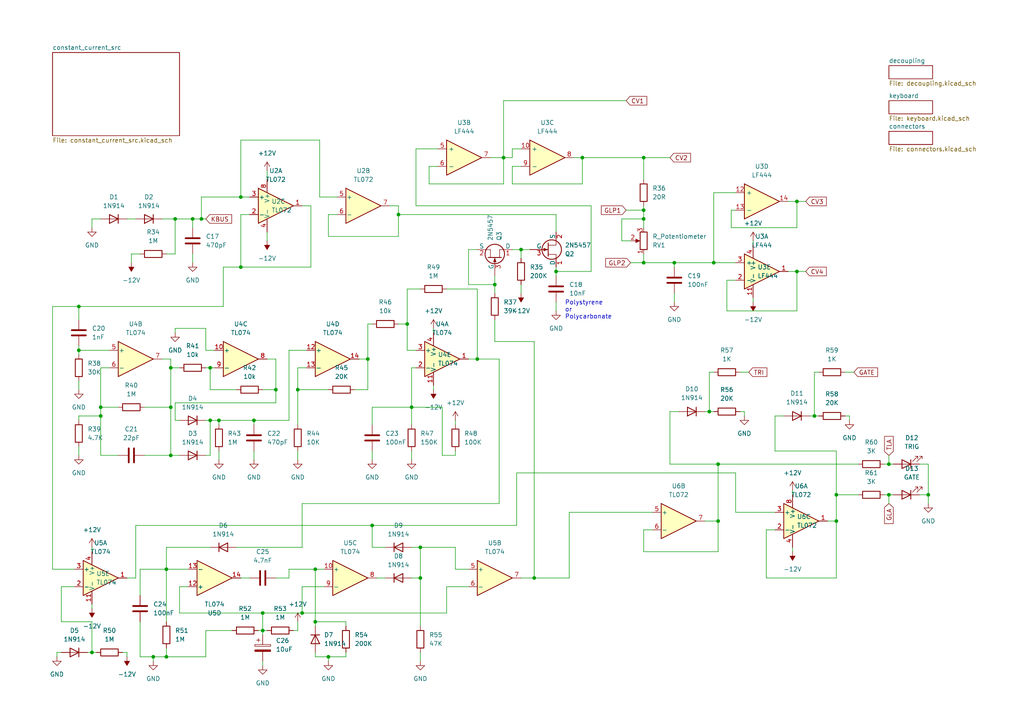
<source format=kicad_sch>
(kicad_sch (version 20230121) (generator eeschema)
  (paper "A4")
  (junction (at 60.96 121.92))
  (junction (at 49.53 106.68))
  (junction (at 161.29 78.74))
  (junction (at 186.69 63.5))
  (junction (at 48.26 190.5))
  (junction (at 186.69 45.72))
  (junction (at 76.2 177.8))
  (junction (at 208.28 134.62))
  (junction (at 106.68 104.14))
  (junction (at 73.66 121.92))
  (junction (at 48.26 165.1))
  (junction (at 22.86 88.9))
  (junction (at 138.43 104.14))
  (junction (at 118.11 93.98))
  (junction (at 50.8 63.5))
  (junction (at 22.86 101.6))
  (junction (at 63.5 121.92))
  (junction (at 69.85 57.15))
  (junction (at 205.74 119.38))
  (junction (at 80.01 113.03))
  (junction (at 186.69 60.96))
  (junction (at 207.01 76.2))
  (junction (at 121.92 167.64))
  (junction (at 87.63 177.8))
  (junction (at 168.91 45.72))
  (junction (at 236.22 120.65))
  (junction (at 231.14 58.42))
  (junction (at 29.21 120.65))
  (junction (at 257.81 143.51))
  (junction (at 143.51 82.55))
  (junction (at 257.81 134.62))
  (junction (at 242.57 143.51))
  (junction (at 115.57 62.23))
  (junction (at 49.53 118.11))
  (junction (at 58.42 63.5))
  (junction (at 91.44 165.1))
  (junction (at 269.24 143.51))
  (junction (at 44.45 190.5))
  (junction (at 69.85 77.47))
  (junction (at 151.13 72.39))
  (junction (at 76.2 182.88))
  (junction (at 242.57 151.13))
  (junction (at 119.38 118.11))
  (junction (at 195.58 76.2))
  (junction (at 91.44 180.34))
  (junction (at 107.95 152.4))
  (junction (at 154.94 167.64))
  (junction (at 26.67 189.23))
  (junction (at 86.36 113.03))
  (junction (at 49.53 132.08))
  (junction (at 60.96 106.68))
  (junction (at 231.14 78.74))
  (junction (at 146.05 45.72))
  (junction (at 29.21 118.11))
  (junction (at 55.88 63.5))
  (junction (at 208.28 151.13))
  (junction (at 186.69 76.2))
  (junction (at 95.25 190.5))
  (junction (at 121.92 158.75))
  (wire (pts (xy 76.2 191.77) (xy 76.2 193.04)))
  (wire (pts (xy 151.13 48.26) (xy 148.59 48.26)))
  (wire (pts (xy 17.78 189.23) (xy 16.51 189.23)))
  (wire (pts (xy 26.67 189.23) (xy 27.94 189.23)))
  (wire (pts (xy 41.91 132.08) (xy 49.53 132.08)))
  (wire (pts (xy 107.95 123.19) (xy 107.95 118.11)))
  (wire (pts (xy 91.44 165.1) (xy 83.82 165.1)))
  (wire (pts (xy 31.75 106.68) (xy 29.21 106.68)))
  (wire (pts (xy 124.46 53.34) (xy 146.05 53.34)))
  (wire (pts (xy 149.86 137.16) (xy 149.86 152.4)))
  (wire (pts (xy 22.86 101.6) (xy 22.86 102.87)))
  (wire (pts (xy 48.26 187.96) (xy 48.26 190.5)))
  (wire (pts (xy 83.82 167.64) (xy 80.01 167.64)))
  (wire (pts (xy 146.05 45.72) (xy 142.24 45.72)))
  (wire (pts (xy 87.63 59.69) (xy 90.17 59.69)))
  (wire (pts (xy 214.63 119.38) (xy 215.9 119.38)))
  (wire (pts (xy 229.87 158.75) (xy 229.87 160.02)))
  (wire (pts (xy 73.66 121.92) (xy 73.66 123.19)))
  (wire (pts (xy 60.96 121.92) (xy 63.5 121.92)))
  (wire (pts (xy 93.98 170.18) (xy 87.63 170.18)))
  (wire (pts (xy 80.01 116.84) (xy 80.01 113.03)))
  (wire (pts (xy 212.09 66.04) (xy 231.14 66.04)))
  (wire (pts (xy 49.53 106.68) (xy 49.53 104.14)))
  (wire (pts (xy 151.13 72.39) (xy 153.67 72.39)))
  (wire (pts (xy 135.89 82.55) (xy 143.51 82.55)))
  (wire (pts (xy 67.31 182.88) (xy 59.69 182.88)))
  (wire (pts (xy 25.4 189.23) (xy 26.67 189.23)))
  (wire (pts (xy 55.88 63.5) (xy 55.88 66.04)))
  (wire (pts (xy 60.96 113.03) (xy 60.96 106.68)))
  (wire (pts (xy 90.17 59.69) (xy 90.17 77.47)))
  (wire (pts (xy 52.07 121.92) (xy 50.8 121.92)))
  (wire (pts (xy 168.91 53.34) (xy 168.91 45.72)))
  (wire (pts (xy 77.47 67.31) (xy 77.47 69.85)))
  (wire (pts (xy 171.45 59.69) (xy 171.45 78.74)))
  (wire (pts (xy 149.86 152.4) (xy 107.95 152.4)))
  (wire (pts (xy 55.88 73.66) (xy 55.88 76.2)))
  (wire (pts (xy 132.08 121.92) (xy 132.08 123.19)))
  (wire (pts (xy 231.14 78.74) (xy 228.6 78.74)))
  (wire (pts (xy 189.23 148.59) (xy 165.1 148.59)))
  (wire (pts (xy 102.87 113.03) (xy 106.68 113.03)))
  (wire (pts (xy 76.2 182.88) (xy 77.47 182.88)))
  (wire (pts (xy 29.21 63.5) (xy 26.67 63.5)))
  (wire (pts (xy 119.38 118.11) (xy 119.38 123.19)))
  (wire (pts (xy 242.57 167.64) (xy 242.57 151.13)))
  (wire (pts (xy 119.38 130.81) (xy 119.38 133.35)))
  (wire (pts (xy 39.37 152.4) (xy 39.37 167.64)))
  (wire (pts (xy 36.83 63.5) (xy 39.37 63.5)))
  (wire (pts (xy 22.86 101.6) (xy 31.75 101.6)))
  (wire (pts (xy 213.36 81.28) (xy 210.82 81.28)))
  (wire (pts (xy 146.05 29.21) (xy 146.05 45.72)))
  (wire (pts (xy 224.79 153.67) (xy 222.25 153.67)))
  (wire (pts (xy 60.96 106.68) (xy 62.23 106.68)))
  (wire (pts (xy 234.95 120.65) (xy 236.22 120.65)))
  (wire (pts (xy 195.58 77.47) (xy 195.58 76.2)))
  (wire (pts (xy 107.95 130.81) (xy 107.95 133.35)))
  (wire (pts (xy 148.59 45.72) (xy 146.05 45.72)))
  (wire (pts (xy 168.91 45.72) (xy 166.37 45.72)))
  (wire (pts (xy 49.53 106.68) (xy 52.07 106.68)))
  (wire (pts (xy 97.79 62.23) (xy 95.25 62.23)))
  (wire (pts (xy 48.26 190.5) (xy 44.45 190.5)))
  (wire (pts (xy 22.86 110.49) (xy 22.86 113.03)))
  (wire (pts (xy 64.77 88.9) (xy 64.77 77.47)))
  (wire (pts (xy 231.14 66.04) (xy 231.14 58.42)))
  (wire (pts (xy 49.53 132.08) (xy 49.53 118.11)))
  (wire (pts (xy 72.39 57.15) (xy 69.85 57.15)))
  (wire (pts (xy 115.57 93.98) (xy 118.11 93.98)))
  (wire (pts (xy 146.05 53.34) (xy 146.05 45.72)))
  (wire (pts (xy 204.47 119.38) (xy 205.74 119.38)))
  (wire (pts (xy 222.25 153.67) (xy 222.25 167.64)))
  (wire (pts (xy 236.22 107.95) (xy 236.22 120.65)))
  (wire (pts (xy 40.64 73.66) (xy 38.1 73.66)))
  (wire (pts (xy 69.85 77.47) (xy 69.85 62.23)))
  (wire (pts (xy 148.59 48.26) (xy 148.59 53.34)))
  (wire (pts (xy 180.34 63.5) (xy 186.69 63.5)))
  (wire (pts (xy 135.89 165.1) (xy 132.08 165.1)))
  (wire (pts (xy 248.92 134.62) (xy 208.28 134.62)))
  (wire (pts (xy 213.36 137.16) (xy 149.86 137.16)))
  (wire (pts (xy 87.63 177.8) (xy 76.2 177.8)))
  (wire (pts (xy 242.57 143.51) (xy 242.57 151.13)))
  (wire (pts (xy 125.73 95.25) (xy 125.73 96.52)))
  (wire (pts (xy 55.88 63.5) (xy 58.42 63.5)))
  (wire (pts (xy 128.27 118.11) (xy 119.38 118.11)))
  (wire (pts (xy 207.01 107.95) (xy 205.74 107.95)))
  (wire (pts (xy 107.95 93.98) (xy 106.68 93.98)))
  (wire (pts (xy 95.25 62.23) (xy 95.25 68.58)))
  (wire (pts (xy 91.44 180.34) (xy 91.44 181.61)))
  (wire (pts (xy 138.43 83.82) (xy 138.43 104.14)))
  (wire (pts (xy 59.69 121.92) (xy 60.96 121.92)))
  (wire (pts (xy 143.51 99.06) (xy 154.94 99.06)))
  (wire (pts (xy 121.92 158.75) (xy 121.92 167.64)))
  (wire (pts (xy 124.46 48.26) (xy 124.46 53.34)))
  (wire (pts (xy 69.85 57.15) (xy 58.42 57.15)))
  (wire (pts (xy 186.69 63.5) (xy 186.69 66.04)))
  (wire (pts (xy 186.69 76.2) (xy 182.88 76.2)))
  (wire (pts (xy 62.23 101.6) (xy 59.69 101.6)))
  (wire (pts (xy 181.61 60.96) (xy 186.69 60.96)))
  (wire (pts (xy 118.11 101.6) (xy 120.65 101.6)))
  (wire (pts (xy 86.36 113.03) (xy 86.36 123.19)))
  (wire (pts (xy 86.36 113.03) (xy 95.25 113.03)))
  (wire (pts (xy 269.24 146.05) (xy 269.24 143.51)))
  (wire (pts (xy 22.86 120.65) (xy 22.86 121.92)))
  (wire (pts (xy 256.54 134.62) (xy 257.81 134.62)))
  (wire (pts (xy 236.22 120.65) (xy 237.49 120.65)))
  (wire (pts (xy 161.29 77.47) (xy 161.29 78.74)))
  (wire (pts (xy 210.82 90.17) (xy 231.14 90.17)))
  (wire (pts (xy 115.57 62.23) (xy 115.57 59.69)))
  (wire (pts (xy 69.85 167.64) (xy 72.39 167.64)))
  (wire (pts (xy 207.01 55.88) (xy 207.01 76.2)))
  (wire (pts (xy 48.26 73.66) (xy 50.8 73.66)))
  (wire (pts (xy 86.36 130.81) (xy 86.36 133.35)))
  (wire (pts (xy 46.99 63.5) (xy 50.8 63.5)))
  (wire (pts (xy 135.89 72.39) (xy 135.89 82.55)))
  (wire (pts (xy 128.27 132.08) (xy 128.27 118.11)))
  (wire (pts (xy 148.59 43.18) (xy 148.59 45.72)))
  (wire (pts (xy 257.81 143.51) (xy 257.81 146.05)))
  (wire (pts (xy 231.14 90.17) (xy 231.14 78.74)))
  (wire (pts (xy 100.33 189.23) (xy 100.33 190.5)))
  (wire (pts (xy 171.45 78.74) (xy 161.29 78.74)))
  (wire (pts (xy 186.69 73.66) (xy 186.69 76.2)))
  (wire (pts (xy 21.59 170.18) (xy 17.78 170.18)))
  (wire (pts (xy 246.38 120.65) (xy 246.38 121.92)))
  (wire (pts (xy 208.28 160.02) (xy 208.28 151.13)))
  (wire (pts (xy 48.26 158.75) (xy 48.26 165.1)))
  (wire (pts (xy 91.44 189.23) (xy 91.44 190.5)))
  (wire (pts (xy 154.94 99.06) (xy 154.94 167.64)))
  (wire (pts (xy 182.88 69.85) (xy 180.34 69.85)))
  (wire (pts (xy 50.8 63.5) (xy 55.88 63.5)))
  (wire (pts (xy 49.53 104.14) (xy 46.99 104.14)))
  (wire (pts (xy 16.51 189.23) (xy 16.51 190.5)))
  (wire (pts (xy 129.54 83.82) (xy 138.43 83.82)))
  (wire (pts (xy 83.82 121.92) (xy 73.66 121.92)))
  (wire (pts (xy 119.38 167.64) (xy 121.92 167.64)))
  (wire (pts (xy 115.57 68.58) (xy 115.57 62.23)))
  (wire (pts (xy 34.29 132.08) (xy 29.21 132.08)))
  (wire (pts (xy 135.89 170.18) (xy 129.54 170.18)))
  (wire (pts (xy 132.08 132.08) (xy 128.27 132.08)))
  (wire (pts (xy 39.37 167.64) (xy 36.83 167.64)))
  (wire (pts (xy 161.29 78.74) (xy 161.29 80.01)))
  (wire (pts (xy 143.51 82.55) (xy 143.51 85.09)))
  (wire (pts (xy 231.14 78.74) (xy 233.68 78.74)))
  (wire (pts (xy 237.49 107.95) (xy 236.22 107.95)))
  (wire (pts (xy 186.69 45.72) (xy 194.31 45.72)))
  (wire (pts (xy 224.79 130.81) (xy 242.57 130.81)))
  (wire (pts (xy 180.34 69.85) (xy 180.34 63.5)))
  (wire (pts (xy 154.94 167.64) (xy 151.13 167.64)))
  (wire (pts (xy 59.69 182.88) (xy 59.69 190.5)))
  (wire (pts (xy 132.08 165.1) (xy 132.08 158.75)))
  (wire (pts (xy 125.73 111.76) (xy 125.73 113.03)))
  (wire (pts (xy 86.36 106.68) (xy 86.36 113.03)))
  (wire (pts (xy 181.61 29.21) (xy 146.05 29.21)))
  (wire (pts (xy 22.86 92.71) (xy 22.86 88.9)))
  (wire (pts (xy 36.83 189.23) (xy 36.83 190.5)))
  (wire (pts (xy 17.78 180.34) (xy 26.67 180.34)))
  (wire (pts (xy 186.69 60.96) (xy 186.69 63.5)))
  (wire (pts (xy 266.7 143.51) (xy 269.24 143.51)))
  (wire (pts (xy 245.11 107.95) (xy 247.65 107.95)))
  (wire (pts (xy 50.8 73.66) (xy 50.8 63.5)))
  (wire (pts (xy 120.65 59.69) (xy 171.45 59.69)))
  (wire (pts (xy 21.59 165.1) (xy 15.24 165.1)))
  (wire (pts (xy 87.63 177.8) (xy 129.54 177.8)))
  (wire (pts (xy 121.92 167.64) (xy 121.92 181.61)))
  (wire (pts (xy 26.67 180.34) (xy 26.67 189.23)))
  (wire (pts (xy 58.42 63.5) (xy 59.69 63.5)))
  (wire (pts (xy 214.63 107.95) (xy 217.17 107.95)))
  (wire (pts (xy 26.67 175.26) (xy 26.67 176.53)))
  (wire (pts (xy 100.33 190.5) (xy 95.25 190.5)))
  (wire (pts (xy 127 48.26) (xy 124.46 48.26)))
  (wire (pts (xy 69.85 40.64) (xy 69.85 57.15)))
  (wire (pts (xy 100.33 180.34) (xy 91.44 180.34)))
  (wire (pts (xy 40.64 165.1) (xy 48.26 165.1)))
  (wire (pts (xy 212.09 60.96) (xy 212.09 66.04)))
  (wire (pts (xy 95.25 68.58) (xy 115.57 68.58)))
  (wire (pts (xy 106.68 93.98) (xy 106.68 104.14)))
  (wire (pts (xy 22.86 129.54) (xy 22.86 132.08)))
  (wire (pts (xy 231.14 58.42) (xy 233.68 58.42)))
  (wire (pts (xy 132.08 158.75) (xy 121.92 158.75)))
  (wire (pts (xy 52.07 177.8) (xy 76.2 177.8)))
  (wire (pts (xy 242.57 130.81) (xy 242.57 143.51)))
  (wire (pts (xy 63.5 121.92) (xy 73.66 121.92)))
  (wire (pts (xy 186.69 59.69) (xy 186.69 60.96)))
  (wire (pts (xy 69.85 62.23) (xy 72.39 62.23)))
  (wire (pts (xy 107.95 152.4) (xy 39.37 152.4)))
  (wire (pts (xy 64.77 77.47) (xy 69.85 77.47)))
  (wire (pts (xy 196.85 119.38) (xy 194.31 119.38)))
  (wire (pts (xy 83.82 165.1) (xy 83.82 167.64)))
  (wire (pts (xy 97.79 57.15) (xy 92.71 57.15)))
  (wire (pts (xy 92.71 40.64) (xy 69.85 40.64)))
  (wire (pts (xy 87.63 146.05) (xy 144.78 146.05)))
  (wire (pts (xy 127 43.18) (xy 120.65 43.18)))
  (wire (pts (xy 44.45 190.5) (xy 44.45 191.77)))
  (wire (pts (xy 38.1 73.66) (xy 38.1 76.2)))
  (wire (pts (xy 229.87 142.24) (xy 229.87 143.51)))
  (wire (pts (xy 257.81 134.62) (xy 259.08 134.62)))
  (wire (pts (xy 48.26 165.1) (xy 54.61 165.1)))
  (wire (pts (xy 144.78 146.05) (xy 144.78 104.14)))
  (wire (pts (xy 60.96 121.92) (xy 60.96 132.08)))
  (wire (pts (xy 59.69 101.6) (xy 59.69 95.25)))
  (wire (pts (xy 83.82 101.6) (xy 83.82 121.92)))
  (wire (pts (xy 138.43 72.39) (xy 135.89 72.39)))
  (wire (pts (xy 35.56 189.23) (xy 36.83 189.23)))
  (wire (pts (xy 29.21 106.68) (xy 29.21 118.11)))
  (wire (pts (xy 107.95 158.75) (xy 107.95 152.4)))
  (wire (pts (xy 68.58 113.03) (xy 60.96 113.03)))
  (wire (pts (xy 88.9 106.68) (xy 86.36 106.68)))
  (wire (pts (xy 100.33 181.61) (xy 100.33 180.34)))
  (wire (pts (xy 269.24 143.51) (xy 269.24 134.62)))
  (wire (pts (xy 207.01 76.2) (xy 195.58 76.2)))
  (wire (pts (xy 194.31 134.62) (xy 208.28 134.62)))
  (wire (pts (xy 54.61 170.18) (xy 52.07 170.18)))
  (wire (pts (xy 86.36 182.88) (xy 86.36 180.34)))
  (wire (pts (xy 50.8 116.84) (xy 80.01 116.84)))
  (wire (pts (xy 186.69 45.72) (xy 168.91 45.72)))
  (wire (pts (xy 148.59 72.39) (xy 151.13 72.39)))
  (wire (pts (xy 63.5 130.81) (xy 63.5 133.35)))
  (wire (pts (xy 242.57 151.13) (xy 240.03 151.13)))
  (wire (pts (xy 90.17 77.47) (xy 69.85 77.47)))
  (wire (pts (xy 22.86 100.33) (xy 22.86 101.6)))
  (wire (pts (xy 186.69 160.02) (xy 208.28 160.02)))
  (wire (pts (xy 87.63 170.18) (xy 87.63 177.8)))
  (wire (pts (xy 50.8 121.92) (xy 50.8 116.84)))
  (wire (pts (xy 248.92 143.51) (xy 242.57 143.51)))
  (wire (pts (xy 59.69 190.5) (xy 48.26 190.5)))
  (wire (pts (xy 29.21 132.08) (xy 29.21 120.65)))
  (wire (pts (xy 40.64 180.34) (xy 40.64 190.5)))
  (wire (pts (xy 165.1 148.59) (xy 165.1 167.64)))
  (wire (pts (xy 245.11 120.65) (xy 246.38 120.65)))
  (wire (pts (xy 208.28 151.13) (xy 204.47 151.13)))
  (wire (pts (xy 151.13 82.55) (xy 151.13 85.09)))
  (wire (pts (xy 121.92 189.23) (xy 121.92 191.77)))
  (wire (pts (xy 106.68 104.14) (xy 104.14 104.14)))
  (wire (pts (xy 107.95 118.11) (xy 119.38 118.11)))
  (wire (pts (xy 59.69 106.68) (xy 60.96 106.68)))
  (wire (pts (xy 161.29 62.23) (xy 115.57 62.23)))
  (wire (pts (xy 161.29 87.63) (xy 161.29 90.17)))
  (wire (pts (xy 256.54 143.51) (xy 257.81 143.51)))
  (wire (pts (xy 60.96 158.75) (xy 48.26 158.75)))
  (wire (pts (xy 76.2 177.8) (xy 76.2 182.88)))
  (wire (pts (xy 210.82 81.28) (xy 210.82 90.17)))
  (wire (pts (xy 58.42 57.15) (xy 58.42 63.5)))
  (wire (pts (xy 186.69 153.67) (xy 186.69 160.02)))
  (wire (pts (xy 218.44 69.85) (xy 218.44 71.12)))
  (wire (pts (xy 26.67 63.5) (xy 26.67 66.04)))
  (wire (pts (xy 40.64 172.72) (xy 40.64 165.1)))
  (wire (pts (xy 151.13 43.18) (xy 148.59 43.18)))
  (wire (pts (xy 194.31 119.38) (xy 194.31 134.62)))
  (wire (pts (xy 111.76 158.75) (xy 107.95 158.75)))
  (wire (pts (xy 269.24 134.62) (xy 266.7 134.62)))
  (wire (pts (xy 143.51 82.55) (xy 143.51 80.01)))
  (wire (pts (xy 143.51 92.71) (xy 143.51 99.06)))
  (wire (pts (xy 59.69 95.25) (xy 50.8 95.25)))
  (wire (pts (xy 50.8 95.25) (xy 50.8 96.52)))
  (wire (pts (xy 74.93 182.88) (xy 76.2 182.88)))
  (wire (pts (xy 208.28 134.62) (xy 208.28 151.13)))
  (wire (pts (xy 205.74 107.95) (xy 205.74 119.38)))
  (wire (pts (xy 138.43 104.14) (xy 135.89 104.14)))
  (wire (pts (xy 92.71 57.15) (xy 92.71 40.64)))
  (wire (pts (xy 95.25 190.5) (xy 95.25 191.77)))
  (wire (pts (xy 15.24 88.9) (xy 22.86 88.9)))
  (wire (pts (xy 120.65 43.18) (xy 120.65 59.69)))
  (wire (pts (xy 215.9 119.38) (xy 215.9 120.65)))
  (wire (pts (xy 207.01 76.2) (xy 213.36 76.2)))
  (wire (pts (xy 80.01 113.03) (xy 76.2 113.03)))
  (wire (pts (xy 17.78 170.18) (xy 17.78 180.34)))
  (wire (pts (xy 115.57 59.69) (xy 113.03 59.69)))
  (wire (pts (xy 165.1 167.64) (xy 154.94 167.64)))
  (wire (pts (xy 59.69 132.08) (xy 60.96 132.08)))
  (wire (pts (xy 52.07 170.18) (xy 52.07 177.8)))
  (wire (pts (xy 148.59 53.34) (xy 168.91 53.34)))
  (wire (pts (xy 29.21 118.11) (xy 34.29 118.11)))
  (wire (pts (xy 121.92 158.75) (xy 119.38 158.75)))
  (wire (pts (xy 213.36 55.88) (xy 207.01 55.88)))
  (wire (pts (xy 76.2 184.15) (xy 76.2 182.88)))
  (wire (pts (xy 29.21 118.11) (xy 29.21 120.65)))
  (wire (pts (xy 151.13 72.39) (xy 151.13 74.93)))
  (wire (pts (xy 80.01 104.14) (xy 80.01 113.03)))
  (wire (pts (xy 93.98 165.1) (xy 91.44 165.1)))
  (wire (pts (xy 257.81 132.08) (xy 257.81 134.62)))
  (wire (pts (xy 41.91 118.11) (xy 49.53 118.11)))
  (wire (pts (xy 218.44 86.36) (xy 218.44 87.63)))
  (wire (pts (xy 88.9 101.6) (xy 83.82 101.6)))
  (wire (pts (xy 132.08 130.81) (xy 132.08 132.08)))
  (wire (pts (xy 205.74 119.38) (xy 207.01 119.38)))
  (wire (pts (xy 68.58 158.75) (xy 87.63 158.75)))
  (wire (pts (xy 189.23 153.67) (xy 186.69 153.67)))
  (wire (pts (xy 15.24 165.1) (xy 15.24 88.9)))
  (wire (pts (xy 195.58 76.2) (xy 186.69 76.2)))
  (wire (pts (xy 49.53 132.08) (xy 52.07 132.08)))
  (wire (pts (xy 63.5 121.92) (xy 63.5 123.19)))
  (wire (pts (xy 129.54 170.18) (xy 129.54 177.8)))
  (wire (pts (xy 91.44 190.5) (xy 95.25 190.5)))
  (wire (pts (xy 118.11 93.98) (xy 118.11 101.6)))
  (wire (pts (xy 49.53 118.11) (xy 49.53 106.68)))
  (wire (pts (xy 73.66 130.81) (xy 73.66 133.35)))
  (wire (pts (xy 77.47 49.53) (xy 77.47 52.07)))
  (wire (pts (xy 222.25 167.64) (xy 242.57 167.64)))
  (wire (pts (xy 227.33 120.65) (xy 224.79 120.65)))
  (wire (pts (xy 144.78 104.14) (xy 138.43 104.14)))
  (wire (pts (xy 29.21 120.65) (xy 22.86 120.65)))
  (wire (pts (xy 213.36 148.59) (xy 213.36 137.16)))
  (wire (pts (xy 40.64 190.5) (xy 44.45 190.5)))
  (wire (pts (xy 120.65 106.68) (xy 119.38 106.68)))
  (wire (pts (xy 48.26 165.1) (xy 48.26 180.34)))
  (wire (pts (xy 224.79 120.65) (xy 224.79 130.81)))
  (wire (pts (xy 87.63 158.75) (xy 87.63 146.05)))
  (wire (pts (xy 213.36 60.96) (xy 212.09 60.96)))
  (wire (pts (xy 186.69 52.07) (xy 186.69 45.72)))
  (wire (pts (xy 161.29 67.31) (xy 161.29 62.23)))
  (wire (pts (xy 119.38 106.68) (xy 119.38 118.11)))
  (wire (pts (xy 26.67 158.75) (xy 26.67 160.02)))
  (wire (pts (xy 109.22 167.64) (xy 111.76 167.64)))
  (wire (pts (xy 91.44 165.1) (xy 91.44 180.34)))
  (wire (pts (xy 77.47 104.14) (xy 80.01 104.14)))
  (wire (pts (xy 257.81 143.51) (xy 259.08 143.51)))
  (wire (pts (xy 195.58 85.09) (xy 195.58 87.63)))
  (wire (pts (xy 224.79 148.59) (xy 213.36 148.59)))
  (wire (pts (xy 106.68 113.03) (xy 106.68 104.14)))
  (wire (pts (xy 22.86 88.9) (xy 64.77 88.9)))
  (wire (pts (xy 231.14 58.42) (xy 228.6 58.42)))
  (wire (pts (xy 121.92 83.82) (xy 118.11 83.82)))
  (wire (pts (xy 85.09 182.88) (xy 86.36 182.88)))
  (wire (pts (xy 118.11 83.82) (xy 118.11 93.98)))
  (text "Polystyrene\nor\nPolycarbonate" (at 163.83 92.71 0) (effects (font (size 1.27 1.27)) (justify left bottom)))
  (global_label "CV3" (shape input) (at 233.68 58.42 0) (property "Intersheetrefs" "${INTERSHEET_REFS}" (effects hide)))
  (global_label "KBUS" (shape input) (at 59.69 63.5 0) (property "Intersheetrefs" "${INTERSHEET_REFS}" (effects hide)))
  (global_label "CV2" (shape input) (at 194.31 45.72 0) (property "Intersheetrefs" "${INTERSHEET_REFS}" (effects hide)))
  (global_label "CV4" (shape input) (at 233.68 78.74 0) (property "Intersheetrefs" "${INTERSHEET_REFS}" (effects hide)))
  (global_label "TLA" (shape input) (at 257.81 132.08 90) (property "Intersheetrefs" "${INTERSHEET_REFS}" (effects hide)))
  (global_label "CV1" (shape input) (at 181.61 29.21 0) (property "Intersheetrefs" "${INTERSHEET_REFS}" (effects hide)))
  (global_label "GLP2" (shape input) (at 182.88 76.2 180) (property "Intersheetrefs" "${INTERSHEET_REFS}" (effects hide)))
  (global_label "GATE" (shape input) (at 247.65 107.95 0) (property "Intersheetrefs" "${INTERSHEET_REFS}" (effects hide)))
  (global_label "GLP1" (shape input) (at 181.61 60.96 180) (property "Intersheetrefs" "${INTERSHEET_REFS}" (effects hide)))
  (global_label "TRI" (shape input) (at 217.17 107.95 0) (property "Intersheetrefs" "${INTERSHEET_REFS}" (effects hide)))
  (global_label "GLA" (shape input) (at 257.81 146.05 270) (property "Intersheetrefs" "${INTERSHEET_REFS}" (effects hide)))
  (symbol (lib_id "Amplifier_Operational:TL072") (at 80.01 59.69 0) (unit 3)
    (property "Reference" "U2" (at 78.74 58.42 0) (effects (justify left)))
    (property "Value" "TL072" (at 78.74 60.96 0) (effects (justify left)))
    (property "Footprint" "Package_DIP:DIP-8_W7.62mm_Socket_LongPads" (effects hide))
    (property "Datasheet" "http://www.ti.com/lit/ds/symlink/tl071.pdf" (effects hide))
  )
  (symbol (lib_id "Device:R") (at 132.08 127 0) (unit 1)
    (property "Reference" "R48" (at 134.62 125.73 0) (effects (justify left)))
    (property "Value" "100K" (at 134.62 128.27 0) (effects (justify left)))
    (property "Footprint" "Resistor_THT:R_Axial_DIN0204_L3.6mm_D1.6mm_P5.08mm_Horizontal" (effects hide))
  )
  (symbol (lib_id "power:GND") (at 73.66 133.35 0) (unit 1)
    (property "Reference" "#PWR025" (effects hide))
    (property "Value" "GND" (at 73.66 138.43 0))
  )
  (symbol (lib_id "Diode:1N914") (at 200.66 119.38 180) (unit 1)
    (property "Reference" "D10" (at 200.66 112.8297 0))
    (property "Value" "1N914" (at 200.66 115.3697 0))
    (property "Footprint" "Diode_THT:D_DO-35_SOD27_P7.62mm_Horizontal" (effects hide))
    (property "Datasheet" "http://www.vishay.com/docs/85622/1n914.pdf" (effects hide))
    (property "Sim.Device" "D" (effects hide))
    (property "Sim.Pins" "1=K 2=A" (effects hide))
  )
  (symbol (lib_id "Device:C") (at 40.64 176.53 180) (unit 1)
    (property "Reference" "C24" (at 44.45 175.26 0) (effects (justify right)))
    (property "Value" "100nF" (at 44.45 177.8 0) (effects (justify right)))
    (property "Footprint" "Capacitor_THT:C_Disc_D3.0mm_W1.6mm_P2.50mm" (effects hide))
  )
  (symbol (lib_id "power:-12V") (at 229.87 160.02 180) (unit 1)
    (property "Reference" "#PWR040" (effects hide))
    (property "Value" "-12V" (at 229.87 165.1 0))
  )
  (symbol (lib_id "Device:C") (at 38.1 132.08 90) (unit 1)
    (property "Reference" "C21" (at 38.1 124.46 90))
    (property "Value" "22pF" (at 38.1 127 90))
    (property "Footprint" "Capacitor_THT:C_Disc_D3.0mm_W1.6mm_P2.50mm" (effects hide))
  )
  (symbol (lib_id "power:GND") (at 119.38 133.35 0) (unit 1)
    (property "Reference" "#PWR030" (effects hide))
    (property "Value" "GND" (at 119.38 138.43 0))
  )
  (symbol (lib_id "Device:C_Polarized") (at 76.2 187.96 0) (unit 1)
    (property "Reference" "C26" (at 80.01 185.801 0) (effects (justify left)))
    (property "Value" "10uF" (at 80.01 188.341 0) (effects (justify left)))
    (property "Footprint" "Capacitor_THT:CP_Radial_D4.0mm_P2.00mm" (effects hide))
  )
  (symbol (lib_id "Device:R") (at 72.39 113.03 270) (unit 1)
    (property "Reference" "R42" (at 72.39 106.68 90))
    (property "Value" "10k" (at 72.39 109.22 90))
    (property "Footprint" "Resistor_THT:R_Axial_DIN0204_L3.6mm_D1.6mm_P5.08mm_Horizontal" (effects hide))
  )
  (symbol (lib_id "Device:C") (at 55.88 69.85 0) (unit 1)
    (property "Reference" "C17" (at 59.69 68.58 0) (effects (justify left)))
    (property "Value" "470pF" (at 59.69 71.12 0) (effects (justify left)))
    (property "Footprint" "Capacitor_THT:C_Disc_D3.0mm_W1.6mm_P2.50mm" (effects hide))
  )
  (symbol (lib_id "Device:R") (at 210.82 119.38 270) (unit 1)
    (property "Reference" "R56" (at 210.82 113.03 90))
    (property "Value" "20K" (at 210.82 115.57 90))
    (property "Footprint" "Resistor_THT:R_Axial_DIN0204_L3.6mm_D1.6mm_P5.08mm_Horizontal" (effects hide))
  )
  (symbol (lib_id "Device:R") (at 71.12 182.88 270) (unit 1)
    (property "Reference" "R52" (at 71.12 176.53 90))
    (property "Value" "1M" (at 71.12 179.07 90))
    (property "Footprint" "Resistor_THT:R_Axial_DIN0204_L3.6mm_D1.6mm_P5.08mm_Horizontal" (effects hide))
  )
  (symbol (lib_id "power:+12V") (at 229.87 142.24 0) (unit 1)
    (property "Reference" "#PWR041" (effects hide))
    (property "Value" "+12V" (at 229.87 137.16 0))
  )
  (symbol (lib_id "Device:R") (at 241.3 107.95 270) (unit 1)
    (property "Reference" "R59" (at 241.3 101.6 90))
    (property "Value" "1K" (at 241.3 104.14 90))
    (property "Footprint" "Resistor_THT:R_Axial_DIN0204_L3.6mm_D1.6mm_P5.08mm_Horizontal" (effects hide))
  )
  (symbol (lib_id "Device:C") (at 195.58 81.28 0) (unit 1)
    (property "Reference" "C19" (at 199.39 80.01 0) (effects (justify left)))
    (property "Value" "100nF" (at 199.39 82.55 0) (effects (justify left)))
    (property "Footprint" "Capacitor_THT:C_Disc_D3.0mm_W1.6mm_P2.50mm" (effects hide))
  )
  (symbol (lib_id "Device:R") (at 63.5 127 0) (unit 1)
    (property "Reference" "R43" (at 66.04 125.73 0) (effects (justify left)))
    (property "Value" "1M" (at 66.04 128.27 0) (effects (justify left)))
    (property "Footprint" "Resistor_THT:R_Axial_DIN0204_L3.6mm_D1.6mm_P5.08mm_Horizontal" (effects hide))
  )
  (symbol (lib_id "power:GND") (at 16.51 190.5 0) (unit 1)
    (property "Reference" "#PWR035" (effects hide))
    (property "Value" "GND" (at 16.51 195.58 0))
  )
  (symbol (lib_id "Device:R") (at 125.73 83.82 270) (unit 1)
    (property "Reference" "R49" (at 125.73 77.47 90))
    (property "Value" "1M" (at 125.73 80.01 90))
    (property "Footprint" "Resistor_THT:R_Axial_DIN0204_L3.6mm_D1.6mm_P5.08mm_Horizontal" (effects hide))
  )
  (symbol (lib_id "Device:R") (at 31.75 189.23 270) (unit 1)
    (property "Reference" "R50" (at 31.75 182.88 90))
    (property "Value" "1M" (at 31.75 185.42 90))
    (property "Footprint" "Resistor_THT:R_Axial_DIN0204_L3.6mm_D1.6mm_P5.08mm_Horizontal" (effects hide))
  )
  (symbol (lib_id "Device:R") (at 252.73 143.51 270) (unit 1)
    (property "Reference" "R61" (at 252.73 137.16 90))
    (property "Value" "3K" (at 252.73 139.7 90))
    (property "Footprint" "Resistor_THT:R_Axial_DIN0204_L3.6mm_D1.6mm_P5.08mm_Horizontal" (effects hide))
  )
  (symbol (lib_id "Device:Opamp_Quad") (at 158.75 45.72 0) (unit 3)
    (property "Reference" "U3" (at 158.75 35.56 0))
    (property "Value" "LF444" (at 158.75 38.1 0))
    (property "Footprint" "Package_DIP:DIP-14_W7.62mm_Socket_LongPads" (effects hide))
    (property "Datasheet" "https://www.ti.com/lit/ds/symlink/lf444.pdf" (effects hide))
  )
  (symbol (lib_id "power:-12V") (at 36.83 190.5 180) (unit 1)
    (property "Reference" "#PWR034" (effects hide))
    (property "Value" "-12V" (at 36.83 195.58 0))
  )
  (symbol (lib_id "Amplifier_Operational:TL074") (at 62.23 167.64 0) (mirror x) (unit 4)
    (property "Reference" "U5" (at 62.23 177.8 0))
    (property "Value" "TL074" (at 62.23 175.26 0))
    (property "Footprint" "Package_DIP:DIP-14_W7.62mm_Socket_LongPads" (effects hide))
    (property "Datasheet" "http://www.ti.com/lit/ds/symlink/tl071.pdf" (effects hide))
  )
  (symbol (lib_id "power:GND") (at 95.25 191.77 0) (unit 1)
    (property "Reference" "#PWR038" (effects hide))
    (property "Value" "GND" (at 95.25 196.85 0))
  )
  (symbol (lib_id "power:GND") (at 76.2 193.04 0) (unit 1)
    (property "Reference" "#PWR037" (effects hide))
    (property "Value" "GND" (at 76.2 198.12 0))
  )
  (symbol (lib_id "Amplifier_Operational:TL074") (at 29.21 167.64 0) (unit 1)
    (property "Reference" "U5" (at 29.21 157.48 0))
    (property "Value" "TL074" (at 29.21 160.02 0))
    (property "Footprint" "Package_DIP:DIP-14_W7.62mm_Socket_LongPads" (effects hide))
    (property "Datasheet" "http://www.ti.com/lit/ds/symlink/tl071.pdf" (effects hide))
  )
  (symbol (lib_id "Device:C") (at 107.95 127 180) (unit 1)
    (property "Reference" "C23" (at 111.76 125.73 0) (effects (justify right)))
    (property "Value" "100nF" (at 111.76 128.27 0) (effects (justify right)))
    (property "Footprint" "Capacitor_THT:C_Disc_D3.0mm_W1.6mm_P2.50mm" (effects hide))
  )
  (symbol (lib_id "Amplifier_Operational:TL074") (at 143.51 167.64 0) (unit 2)
    (property "Reference" "U5" (at 143.51 157.48 0))
    (property "Value" "TL074" (at 143.51 160.02 0))
    (property "Footprint" "Package_DIP:DIP-14_W7.62mm_Socket_LongPads" (effects hide))
    (property "Datasheet" "http://www.ti.com/lit/ds/symlink/tl071.pdf" (effects hide))
  )
  (symbol (lib_id "Amplifier_Operational:TL072") (at 232.41 151.13 0) (unit 3)
    (property "Reference" "U6" (at 231.14 149.86 0) (effects (justify left)))
    (property "Value" "TL072" (at 231.14 152.4 0) (effects (justify left)))
    (property "Footprint" "Package_DIP:DIP-8_W7.62mm_Socket_LongPads" (effects hide))
    (property "Datasheet" "http://www.ti.com/lit/ds/symlink/tl071.pdf" (effects hide))
  )
  (symbol (lib_id "Device:R") (at 121.92 185.42 0) (unit 1)
    (property "Reference" "R55" (at 124.46 184.15 0) (effects (justify left)))
    (property "Value" "47K" (at 124.46 186.69 0) (effects (justify left)))
    (property "Footprint" "Resistor_THT:R_Axial_DIN0204_L3.6mm_D1.6mm_P5.08mm_Horizontal" (effects hide))
  )
  (symbol (lib_id "power:GND") (at 50.8 96.52 0) (unit 1)
    (property "Reference" "#PWR023" (effects hide))
    (property "Value" "GND" (at 50.8 101.6 0))
  )
  (symbol (lib_id "Device:R") (at 111.76 93.98 270) (unit 1)
    (property "Reference" "R46" (at 111.76 87.63 90))
    (property "Value" "10k" (at 111.76 90.17 90))
    (property "Footprint" "Resistor_THT:R_Axial_DIN0204_L3.6mm_D1.6mm_P5.08mm_Horizontal" (effects hide))
  )
  (symbol (lib_id "power:GND") (at 63.5 133.35 0) (unit 1)
    (property "Reference" "#PWR024" (effects hide))
    (property "Value" "GND" (at 63.5 138.43 0))
  )
  (symbol (lib_id "Amplifier_Operational:TL072") (at 232.41 151.13 0) (unit 1)
    (property "Reference" "U6" (at 232.41 140.97 0))
    (property "Value" "TL072" (at 232.41 143.51 0))
    (property "Footprint" "Package_DIP:DIP-8_W7.62mm_Socket_LongPads" (effects hide))
    (property "Datasheet" "http://www.ti.com/lit/ds/symlink/tl071.pdf" (effects hide))
  )
  (symbol (lib_id "Device:C") (at 76.2 167.64 90) (unit 1)
    (property "Reference" "C25" (at 76.2 160.02 90))
    (property "Value" "4.7nF" (at 76.2 162.56 90))
    (property "Footprint" "Capacitor_THT:C_Disc_D3.0mm_W1.6mm_P2.50mm" (effects hide))
  )
  (symbol (lib_id "power:GND") (at 44.45 191.77 0) (unit 1)
    (property "Reference" "#PWR036" (effects hide))
    (property "Value" "GND" (at 44.45 196.85 0))
  )
  (symbol (lib_id "power:GND") (at 55.88 76.2 0) (unit 1)
    (property "Reference" "#PWR013" (effects hide))
    (property "Value" "GND" (at 55.88 81.28 0))
  )
  (symbol (lib_id "Device:C") (at 161.29 83.82 0) (unit 1)
    (property "Reference" "C18" (at 165.1 82.55 0) (effects (justify left)))
    (property "Value" "10nF" (at 165.1 85.09 0) (effects (justify left)))
    (property "Footprint" "Capacitor_THT:C_Disc_D3.0mm_W1.6mm_P2.50mm" (effects hide))
  )
  (symbol (lib_id "power:-12V") (at 77.47 69.85 180) (unit 1)
    (property "Reference" "#PWR014" (effects hide))
    (property "Value" "-12V" (at 77.47 74.93 0))
  )
  (symbol (lib_id "Amplifier_Operational:TL074") (at 69.85 104.14 0) (unit 3)
    (property "Reference" "U4" (at 69.85 93.98 0))
    (property "Value" "TL074" (at 69.85 96.52 0))
    (property "Footprint" "Package_DIP:DIP-14_W7.62mm_Socket_LongPads" (effects hide))
    (property "Datasheet" "http://www.ti.com/lit/ds/symlink/tl071.pdf" (effects hide))
  )
  (symbol (lib_id "Device:R") (at 55.88 106.68 270) (unit 1)
    (property "Reference" "R41" (at 55.88 100.33 90))
    (property "Value" "10k" (at 55.88 102.87 90))
    (property "Footprint" "Resistor_THT:R_Axial_DIN0204_L3.6mm_D1.6mm_P5.08mm_Horizontal" (effects hide))
  )
  (symbol (lib_id "Amplifier_Operational:TL074") (at 101.6 167.64 0) (unit 3)
    (property "Reference" "U5" (at 101.6 157.48 0))
    (property "Value" "TL074" (at 101.6 160.02 0))
    (property "Footprint" "Package_DIP:DIP-14_W7.62mm_Socket_LongPads" (effects hide))
    (property "Datasheet" "http://www.ti.com/lit/ds/symlink/tl071.pdf" (effects hide))
  )
  (symbol (lib_id "Device:R") (at 210.82 107.95 270) (unit 1)
    (property "Reference" "R57" (at 210.82 101.6 90))
    (property "Value" "1K" (at 210.82 104.14 90))
    (property "Footprint" "Resistor_THT:R_Axial_DIN0204_L3.6mm_D1.6mm_P5.08mm_Horizontal" (effects hide))
  )
  (symbol (lib_id "Device:R") (at 100.33 185.42 0) (unit 1)
    (property "Reference" "R54" (at 102.87 184.15 0) (effects (justify left)))
    (property "Value" "200K" (at 102.87 186.69 0) (effects (justify left)))
    (property "Footprint" "Resistor_THT:R_Axial_DIN0204_L3.6mm_D1.6mm_P5.08mm_Horizontal" (effects hide))
  )
  (symbol (lib_id "power:GND") (at 161.29 90.17 0) (unit 1)
    (property "Reference" "#PWR016" (effects hide))
    (property "Value" "GND" (at 161.29 95.25 0))
  )
  (symbol (lib_id "Device:R_Potentiometer") (at 186.69 69.85 180) (unit 1) (on_board no)
    (property "Reference" "RV1" (at 189.23 71.12 0) (effects (justify right)))
    (property "Value" "R_Potentiometer" (at 189.23 68.58 0) (effects (justify right)))
  )
  (symbol (lib_id "power:-12V") (at 218.44 87.63 180) (unit 1)
    (property "Reference" "#PWR019" (effects hide))
    (property "Value" "-12V" (at 218.44 92.71 0))
  )
  (symbol (lib_id "Amplifier_Operational:TL074") (at 128.27 104.14 0) (unit 1)
    (property "Reference" "U4" (at 128.27 93.98 0))
    (property "Value" "TL074" (at 128.27 96.52 0))
    (property "Footprint" "Package_DIP:DIP-14_W7.62mm_Socket_LongPads" (effects hide))
    (property "Datasheet" "http://www.ti.com/lit/ds/symlink/tl071.pdf" (effects hide))
  )
  (symbol (lib_id "Diode:1N914") (at 33.02 63.5 180) (unit 1)
    (property "Reference" "D1" (at 33.02 57.15 0))
    (property "Value" "1N914" (at 33.02 59.69 0))
    (property "Footprint" "Diode_THT:D_DO-35_SOD27_P7.62mm_Horizontal" (effects hide))
    (property "Datasheet" "http://www.vishay.com/docs/85622/1n914.pdf" (effects hide))
    (property "Sim.Device" "D" (effects hide))
    (property "Sim.Pins" "1=K 2=A" (effects hide))
  )
  (symbol (lib_id "power:+12V") (at 26.67 158.75 0) (unit 1)
    (property "Reference" "#PWR033" (effects hide))
    (property "Value" "+12V" (at 26.67 153.67 0))
  )
  (symbol (lib_id "power:-12V") (at 26.67 176.53 180) (unit 1)
    (property "Reference" "#PWR032" (effects hide))
    (property "Value" "-12V" (at 26.67 181.61 0))
  )
  (symbol (lib_id "Diode:1N914") (at 55.88 121.92 180) (unit 1)
    (property "Reference" "D4" (at 55.88 115.57 0))
    (property "Value" "1N914" (at 55.88 118.11 0))
    (property "Footprint" "Diode_THT:D_DO-35_SOD27_P7.62mm_Horizontal" (effects hide))
    (property "Datasheet" "http://www.vishay.com/docs/85622/1n914.pdf" (effects hide))
    (property "Sim.Device" "D" (effects hide))
    (property "Sim.Pins" "1=K 2=A" (effects hide))
  )
  (symbol (lib_id "Device:R") (at 22.86 125.73 0) (unit 1)
    (property "Reference" "R39" (at 25.4 124.46 0) (effects (justify left)))
    (property "Value" "4.7K" (at 25.4 127 0) (effects (justify left)))
    (property "Footprint" "Resistor_THT:R_Axial_DIN0204_L3.6mm_D1.6mm_P5.08mm_Horizontal" (effects hide))
  )
  (symbol (lib_id "Diode:1N914") (at 64.77 158.75 0) (unit 1)
    (property "Reference" "D6" (at 64.77 152.4 0))
    (property "Value" "1N914" (at 64.77 154.94 0))
    (property "Footprint" "Diode_THT:D_DO-35_SOD27_P7.62mm_Horizontal" (effects hide))
    (property "Datasheet" "http://www.vishay.com/docs/85622/1n914.pdf" (effects hide))
    (property "Sim.Device" "D" (effects hide))
    (property "Sim.Pins" "1=K 2=A" (effects hide))
  )
  (symbol (lib_id "Device:Q_NJFET_DSG") (at 158.75 72.39 0) (mirror x) (unit 1)
    (property "Reference" "Q2" (at 163.83 73.66 0) (effects (justify left)))
    (property "Value" "2N5457" (at 163.83 71.12 0) (effects (justify left)))
    (property "Footprint" "Package_TO_SOT_THT:TO-92_HandSolder" (effects hide))
  )
  (symbol (lib_id "Device:R") (at 186.69 55.88 0) (unit 1)
    (property "Reference" "R36" (at 189.23 54.61 0) (effects (justify left)))
    (property "Value" "20R" (at 189.23 57.15 0) (effects (justify left)))
    (property "Footprint" "Resistor_THT:R_Axial_DIN0204_L3.6mm_D1.6mm_P5.08mm_Horizontal" (effects hide))
  )
  (symbol (lib_id "Amplifier_Operational:TL072") (at 105.41 59.69 0) (unit 2)
    (property "Reference" "U2" (at 105.41 49.53 0))
    (property "Value" "TL072" (at 105.41 52.07 0))
    (property "Footprint" "Package_DIP:DIP-8_W7.62mm_Socket_LongPads" (effects hide))
    (property "Datasheet" "http://www.ti.com/lit/ds/symlink/tl071.pdf" (effects hide))
  )
  (symbol (lib_id "power:-12V") (at 125.73 113.03 180) (unit 1)
    (property "Reference" "#PWR031" (effects hide))
    (property "Value" "-12V" (at 125.73 118.11 0))
  )
  (symbol (lib_id "Diode:1N914") (at 115.57 158.75 0) (unit 1)
    (property "Reference" "D9" (at 115.57 152.4 0))
    (property "Value" "1N914" (at 115.57 154.94 0))
    (property "Footprint" "Diode_THT:D_DO-35_SOD27_P7.62mm_Horizontal" (effects hide))
    (property "Datasheet" "http://www.vishay.com/docs/85622/1n914.pdf" (effects hide))
    (property "Sim.Device" "D" (effects hide))
    (property "Sim.Pins" "1=K 2=A" (effects hide))
  )
  (symbol (lib_id "power:GND") (at 269.24 146.05 0) (unit 1)
    (property "Reference" "#PWR043" (effects hide))
    (property "Value" "GND" (at 269.24 151.13 0))
  )
  (symbol (lib_id "Amplifier_Operational:TL074") (at 128.27 104.14 0) (unit 5)
    (property "Reference" "U4" (at 127 102.87 0) (effects (justify left)))
    (property "Value" "TL074" (at 127 105.41 0) (effects (justify left)))
    (property "Footprint" "Package_DIP:DIP-14_W7.62mm_Socket_LongPads" (effects hide))
    (property "Datasheet" "http://www.ti.com/lit/ds/symlink/tl071.pdf" (effects hide))
  )
  (symbol (lib_id "Device:C") (at 22.86 96.52 0) (unit 1)
    (property "Reference" "C20" (at 26.67 95.25 0) (effects (justify left)))
    (property "Value" "1nF" (at 26.67 97.79 0) (effects (justify left)))
    (property "Footprint" "Capacitor_THT:C_Disc_D3.0mm_W1.6mm_P2.50mm" (effects hide))
  )
  (symbol (lib_id "Device:R") (at 119.38 127 0) (unit 1)
    (property "Reference" "R47" (at 121.92 125.73 0) (effects (justify left)))
    (property "Value" "150K" (at 121.92 128.27 0) (effects (justify left)))
    (property "Footprint" "Resistor_THT:R_Axial_DIN0204_L3.6mm_D1.6mm_P5.08mm_Horizontal" (effects hide))
  )
  (symbol (lib_id "Device:R") (at 151.13 78.74 0) (unit 1)
    (property "Reference" "R35" (at 153.67 77.47 0) (effects (justify left)))
    (property "Value" "200K" (at 153.67 80.01 0) (effects (justify left)))
    (property "Footprint" "Resistor_THT:R_Axial_DIN0204_L3.6mm_D1.6mm_P5.08mm_Horizontal" (effects hide))
  )
  (symbol (lib_id "power:GND") (at 86.36 133.35 0) (unit 1)
    (property "Reference" "#PWR026" (effects hide))
    (property "Value" "GND" (at 86.36 138.43 0))
  )
  (symbol (lib_id "power:GND") (at 26.67 66.04 0) (unit 1)
    (property "Reference" "#PWR011" (effects hide))
    (property "Value" "GND" (at 26.67 71.12 0))
  )
  (symbol (lib_id "Diode:1N914") (at 91.44 185.42 270) (unit 1)
    (property "Reference" "D7" (at 93.98 184.15 90) (effects (justify left)))
    (property "Value" "1N914" (at 93.98 186.69 90) (effects (justify left)))
    (property "Footprint" "Diode_THT:D_DO-35_SOD27_P7.62mm_Horizontal" (effects hide))
    (property "Datasheet" "http://www.vishay.com/docs/85622/1n914.pdf" (effects hide))
    (property "Sim.Device" "D" (effects hide))
    (property "Sim.Pins" "1=K 2=A" (effects hide))
  )
  (symbol (lib_id "power:+12V") (at 218.44 69.85 0) (unit 1)
    (property "Reference" "#PWR020" (effects hide))
    (property "Value" "+12V" (at 218.44 64.77 0))
  )
  (symbol (lib_id "Device:R") (at 48.26 184.15 0) (unit 1)
    (property "Reference" "R51" (at 50.8 182.88 0) (effects (justify left)))
    (property "Value" "1M" (at 50.8 185.42 0) (effects (justify left)))
    (property "Footprint" "Resistor_THT:R_Axial_DIN0204_L3.6mm_D1.6mm_P5.08mm_Horizontal" (effects hide))
  )
  (symbol (lib_id "power:GND") (at 22.86 113.03 0) (unit 1)
    (property "Reference" "#PWR021" (effects hide))
    (property "Value" "GND" (at 22.86 118.11 0))
  )
  (symbol (lib_id "power:GND") (at 215.9 120.65 0) (unit 1)
    (property "Reference" "#PWR044" (effects hide))
    (property "Value" "GND" (at 215.9 125.73 0))
  )
  (symbol (lib_id "Device:R") (at 143.51 88.9 0) (unit 1)
    (property "Reference" "R37" (at 146.05 87.63 0) (effects (justify left)))
    (property "Value" "39K" (at 146.05 90.17 0) (effects (justify left)))
    (property "Footprint" "Resistor_THT:R_Axial_DIN0204_L3.6mm_D1.6mm_P5.08mm_Horizontal" (effects hide))
  )
  (symbol (lib_id "Device:R") (at 38.1 118.11 270) (unit 1)
    (property "Reference" "R40" (at 38.1 111.76 90))
    (property "Value" "1M" (at 38.1 114.3 90))
    (property "Footprint" "Resistor_THT:R_Axial_DIN0204_L3.6mm_D1.6mm_P5.08mm_Horizontal" (effects hide))
  )
  (symbol (lib_id "power:GND") (at 121.92 191.77 0) (unit 1)
    (property "Reference" "#PWR039" (effects hide))
    (property "Value" "GND" (at 121.92 196.85 0))
  )
  (symbol (lib_id "Device:R") (at 99.06 113.03 270) (unit 1)
    (property "Reference" "R45" (at 99.06 106.68 90))
    (property "Value" "20K" (at 99.06 109.22 90))
    (property "Footprint" "Resistor_THT:R_Axial_DIN0204_L3.6mm_D1.6mm_P5.08mm_Horizontal" (effects hide))
  )
  (symbol (lib_id "Device:Opamp_Quad") (at 220.98 78.74 0) (unit 1)
    (property "Reference" "U3" (at 220.98 68.58 0))
    (property "Value" "LF444" (at 220.98 71.12 0))
    (property "Footprint" "Package_DIP:DIP-14_W7.62mm_Socket_LongPads" (effects hide))
    (property "Datasheet" "https://www.ti.com/lit/ds/symlink/lf444.pdf" (effects hide))
  )
  (symbol (lib_id "Amplifier_Operational:TL074") (at 29.21 167.64 0) (unit 5)
    (property "Reference" "U5" (at 27.94 166.37 0) (effects (justify left)))
    (property "Value" "TL074" (at 27.94 168.91 0) (effects (justify left)))
    (property "Footprint" "Package_DIP:DIP-14_W7.62mm_Socket_LongPads" (effects hide))
    (property "Datasheet" "http://www.ti.com/lit/ds/symlink/tl071.pdf" (effects hide))
  )
  (symbol (lib_id "Device:LED") (at 262.89 134.62 180) (unit 1)
    (property "Reference" "D12" (at 264.4775 127 0))
    (property "Value" "TRIG" (at 264.4775 129.54 0))
    (property "Footprint" "LED_THT:LED_D3.0mm" (effects hide))
  )
  (symbol (lib_id "Amplifier_Operational:TL072") (at 80.01 59.69 0) (unit 1)
    (property "Reference" "U2" (at 80.01 49.53 0))
    (property "Value" "TL072" (at 80.01 52.07 0))
    (property "Footprint" "Package_DIP:DIP-8_W7.62mm_Socket_LongPads" (effects hide))
    (property "Datasheet" "http://www.ti.com/lit/ds/symlink/tl071.pdf" (effects hide))
  )
  (symbol (lib_id "power:+12V") (at 77.47 49.53 0) (unit 1)
    (property "Reference" "#PWR015" (effects hide))
    (property "Value" "+12V" (at 77.47 44.45 0))
  )
  (symbol (lib_id "Device:Opamp_Quad") (at 220.98 58.42 0) (unit 4)
    (property "Reference" "U3" (at 220.98 48.26 0))
    (property "Value" "LF444" (at 220.98 50.8 0))
    (property "Footprint" "Package_DIP:DIP-14_W7.62mm_Socket_LongPads" (effects hide))
    (property "Datasheet" "https://www.ti.com/lit/ds/symlink/lf444.pdf" (effects hide))
  )
  (symbol (lib_id "Amplifier_Operational:TL072") (at 196.85 151.13 0) (unit 2)
    (property "Reference" "U6" (at 196.85 140.97 0))
    (property "Value" "TL072" (at 196.85 143.51 0))
    (property "Footprint" "Package_DIP:DIP-8_W7.62mm_Socket_LongPads" (effects hide))
    (property "Datasheet" "http://www.ti.com/lit/ds/symlink/tl071.pdf" (effects hide))
  )
  (symbol (lib_id "Device:R") (at 241.3 120.65 270) (unit 1)
    (property "Reference" "R58" (at 241.3 114.3 90))
    (property "Value" "20K" (at 241.3 116.84 90))
    (property "Footprint" "Resistor_THT:R_Axial_DIN0204_L3.6mm_D1.6mm_P5.08mm_Horizontal" (effects hide))
  )
  (symbol (lib_id "Amplifier_Operational:TL074") (at 96.52 104.14 0) (unit 4)
    (property "Reference" "U4" (at 96.52 93.98 0))
    (property "Value" "TL074" (at 96.52 96.52 0))
    (property "Footprint" "Package_DIP:DIP-14_W7.62mm_Socket_LongPads" (effects hide))
    (property "Datasheet" "http://www.ti.com/lit/ds/symlink/tl071.pdf" (effects hide))
  )
  (symbol (lib_id "Diode:1N914") (at 21.59 189.23 180) (unit 1)
    (property "Reference" "D5" (at 21.59 182.88 0))
    (property "Value" "1N914" (at 21.59 185.42 0))
    (property "Footprint" "Diode_THT:D_DO-35_SOD27_P7.62mm_Horizontal" (effects hide))
    (property "Datasheet" "http://www.vishay.com/docs/85622/1n914.pdf" (effects hide))
    (property "Sim.Device" "D" (effects hide))
    (property "Sim.Pins" "1=K 2=A" (effects hide))
  )
  (symbol (lib_id "Device:R") (at 81.28 182.88 270) (unit 1)
    (property "Reference" "R53" (at 81.28 176.53 90))
    (property "Value" "1M" (at 81.28 179.07 90))
    (property "Footprint" "Resistor_THT:R_Axial_DIN0204_L3.6mm_D1.6mm_P5.08mm_Horizontal" (effects hide))
  )
  (symbol (lib_id "Device:LED") (at 262.89 143.51 180) (unit 1)
    (property "Reference" "D13" (at 264.4775 135.89 0))
    (property "Value" "GATE" (at 264.4775 138.43 0))
    (property "Footprint" "LED_THT:LED_D3.0mm" (effects hide))
  )
  (symbol (lib_id "Device:Opamp_Quad") (at 220.98 78.74 0) (unit 5)
    (property "Reference" "U3" (at 219.71 77.47 0) (effects (justify left)))
    (property "Value" "LF444" (at 219.71 80.01 0) (effects (justify left)))
    (property "Footprint" "Package_DIP:DIP-14_W7.62mm_Socket_LongPads" (effects hide))
    (property "Datasheet" "https://www.ti.com/lit/ds/symlink/lf444.pdf" (effects hide))
  )
  (symbol (lib_id "power:-12V") (at 38.1 76.2 180) (unit 1)
    (property "Reference" "#PWR012" (effects hide))
    (property "Value" "-12V" (at 38.1 81.28 0))
  )
  (symbol (lib_id "Device:R") (at 44.45 73.66 270) (unit 1)
    (property "Reference" "R34" (at 44.45 67.31 90))
    (property "Value" "1M" (at 44.45 69.85 90))
    (property "Footprint" "Resistor_THT:R_Axial_DIN0204_L3.6mm_D1.6mm_P5.08mm_Horizontal" (effects hide))
  )
  (symbol (lib_id "Amplifier_Operational:TL074") (at 39.37 104.14 0) (unit 2)
    (property "Reference" "U4" (at 39.37 93.98 0))
    (property "Value" "TL074" (at 39.37 96.52 0))
    (property "Footprint" "Package_DIP:DIP-14_W7.62mm_Socket_LongPads" (effects hide))
    (property "Datasheet" "http://www.ti.com/lit/ds/symlink/tl071.pdf" (effects hide))
  )
  (symbol (lib_id "Device:R") (at 86.36 127 0) (unit 1)
    (property "Reference" "R44" (at 88.9 125.73 0) (effects (justify left)))
    (property "Value" "10K" (at 88.9 128.27 0) (effects (justify left)))
    (property "Footprint" "Resistor_THT:R_Axial_DIN0204_L3.6mm_D1.6mm_P5.08mm_Horizontal" (effects hide))
  )
  (symbol (lib_id "Device:Q_NJFET_DSG") (at 143.51 74.93 270) (mirror x) (unit 1)
    (property "Reference" "Q3" (at 144.78 69.85 0) (effects (justify left)))
    (property "Value" "2N5457" (at 142.24 69.85 0) (effects (justify left)))
    (property "Footprint" "Package_TO_SOT_THT:TO-92_HandSolder" (effects hide))
  )
  (symbol (lib_id "Diode:1N914") (at 115.57 167.64 0) (unit 1)
    (property "Reference" "D8" (at 115.57 161.29 0))
    (property "Value" "1N914" (at 115.57 163.83 0))
    (property "Footprint" "Diode_THT:D_DO-35_SOD27_P7.62mm_Horizontal" (effects hide))
    (property "Datasheet" "http://www.vishay.com/docs/85622/1n914.pdf" (effects hide))
    (property "Sim.Device" "D" (effects hide))
    (property "Sim.Pins" "1=K 2=A" (effects hide))
  )
  (symbol (lib_id "Diode:1N914") (at 43.18 63.5 180) (unit 1)
    (property "Reference" "D2" (at 43.18 57.15 0))
    (property "Value" "1N914" (at 43.18 59.69 0))
    (property "Footprint" "Diode_THT:D_DO-35_SOD27_P7.62mm_Horizontal" (effects hide))
    (property "Datasheet" "http://www.vishay.com/docs/85622/1n914.pdf" (effects hide))
    (property "Sim.Device" "D" (effects hide))
    (property "Sim.Pins" "1=K 2=A" (effects hide))
  )
  (symbol (lib_id "power:GND") (at 246.38 121.92 0) (unit 1)
    (property "Reference" "#PWR045" (effects hide))
    (property "Value" "GND" (at 246.38 127 0))
  )
  (symbol (lib_id "Device:R") (at 252.73 134.62 270) (unit 1)
    (property "Reference" "R60" (at 252.73 128.27 90))
    (property "Value" "3K" (at 252.73 130.81 90))
    (property "Footprint" "Resistor_THT:R_Axial_DIN0204_L3.6mm_D1.6mm_P5.08mm_Horizontal" (effects hide))
  )
  (symbol (lib_id "Device:R") (at 22.86 106.68 0) (unit 1)
    (property "Reference" "R38" (at 25.4 105.41 0) (effects (justify left)))
    (property "Value" "30K" (at 25.4 107.95 0) (effects (justify left)))
    (property "Footprint" "Resistor_THT:R_Axial_DIN0204_L3.6mm_D1.6mm_P5.08mm_Horizontal" (effects hide))
  )
  (symbol (lib_id "Diode:1N914") (at 231.14 120.65 180) (unit 1)
    (property "Reference" "D11" (at 231.14 114.0997 0))
    (property "Value" "1N914" (at 231.14 116.6397 0))
    (property "Footprint" "Diode_THT:D_DO-35_SOD27_P7.62mm_Horizontal" (effects hide))
    (property "Datasheet" "http://www.vishay.com/docs/85622/1n914.pdf" (effects hide))
    (property "Sim.Device" "D" (effects hide))
    (property "Sim.Pins" "1=K 2=A" (effects hide))
  )
  (symbol (lib_id "power:GND") (at 195.58 87.63 0) (unit 1)
    (property "Reference" "#PWR018" (effects hide))
    (property "Value" "GND" (at 195.58 92.71 0))
  )
  (symbol (lib_id "power:GND") (at 107.95 133.35 0) (unit 1)
    (property "Reference" "#PWR029" (effects hide))
    (property "Value" "GND" (at 107.95 138.43 0))
  )
  (symbol (lib_id "power:+12V") (at 125.73 95.25 0) (unit 1)
    (property "Reference" "#PWR028" (effects hide))
    (property "Value" "+12V" (at 125.73 90.17 0))
  )
  (symbol (lib_id "power:GND") (at 22.86 132.08 0) (unit 1)
    (property "Reference" "#PWR022" (effects hide))
    (property "Value" "GND" (at 22.86 137.16 0))
  )
  (symbol (lib_id "Device:Opamp_Quad") (at 134.62 45.72 0) (unit 2)
    (property "Reference" "U3" (at 134.62 35.56 0))
    (property "Value" "LF444" (at 134.62 38.1 0))
    (property "Footprint" "Package_DIP:DIP-14_W7.62mm_Socket_LongPads" (effects hide))
    (property "Datasheet" "https://www.ti.com/lit/ds/symlink/lf444.pdf" (effects hide))
  )
  (symbol (lib_id "power:-12V") (at 151.13 85.09 180) (unit 1)
    (property "Reference" "#PWR017" (effects hide))
    (property "Value" "-12V" (at 151.13 90.17 0))
  )
  (symbol (lib_id "power:+12V") (at 132.08 121.92 0) (unit 1)
    (property "Reference" "#PWR027" (effects hide))
    (property "Value" "+12V" (at 132.08 116.84 0))
  )
  (symbol (lib_id "power:+12V") (at 86.36 180.34 0) (unit 1)
    (property "Reference" "#PWR042" (effects hide))
    (property "Value" "+12V" (at 86.36 175.26 0))
  )
  (symbol (lib_id "Device:C") (at 73.66 127 180) (unit 1)
    (property "Reference" "C22" (at 77.47 125.73 0) (effects (justify right)))
    (property "Value" "470pF" (at 77.47 128.27 0) (effects (justify right)))
    (property "Footprint" "Capacitor_THT:C_Disc_D3.0mm_W1.6mm_P2.50mm" (effects hide))
  )
  (symbol (lib_id "Diode:1N914") (at 55.88 132.08 180) (unit 1)
    (property "Reference" "D3" (at 55.88 125.73 0))
    (property "Value" "1N914" (at 55.88 128.27 0))
    (property "Footprint" "Diode_THT:D_DO-35_SOD27_P7.62mm_Horizontal" (effects hide))
    (property "Datasheet" "http://www.vishay.com/docs/85622/1n914.pdf" (effects hide))
    (property "Sim.Device" "D" (effects hide))
    (property "Sim.Pins" "1=K 2=A" (effects hide))
  )
  (sheet (at 257.81 19.05) (size 12.7 3.81) (stroke (width 0.1524))
    (property "Sheetname" "decoupling" (at 257.81 18.3384 0) (effects (justify left bottom)))
    (property "Sheetfile" "decoupling.kicad_sch" (at 257.81 23.4446 0) (effects (justify left top)))
  )
  (sheet (at 15.24 15.24) (size 36.83 24.13) (stroke (width 0.1524))
    (property "Sheetname" "constant_current_src" (at 15.24 14.5284 0) (effects (justify left bottom)))
    (property "Sheetfile" "constant_current_src.kicad_sch" (at 15.24 39.9546 0) (effects (justify left top)))
  )
  (sheet (at 257.81 29.21) (size 12.7 3.81) (stroke (width 0.1524))
    (property "Sheetname" "keyboard" (at 257.81 28.4984 0) (effects (justify left bottom)))
    (property "Sheetfile" "keyboard.kicad_sch" (at 257.81 33.6046 0) (effects (justify left top)))
  )
  (sheet (at 257.81 38.1) (size 12.7 3.81) (stroke (width 0.1524))
    (property "Sheetname" "connectors" (at 257.81 37.3884 0) (effects (justify left bottom)))
    (property "Sheetfile" "connectors.kicad_sch" (at 257.81 42.4946 0) (effects (justify left top)))
  )
)
</source>
